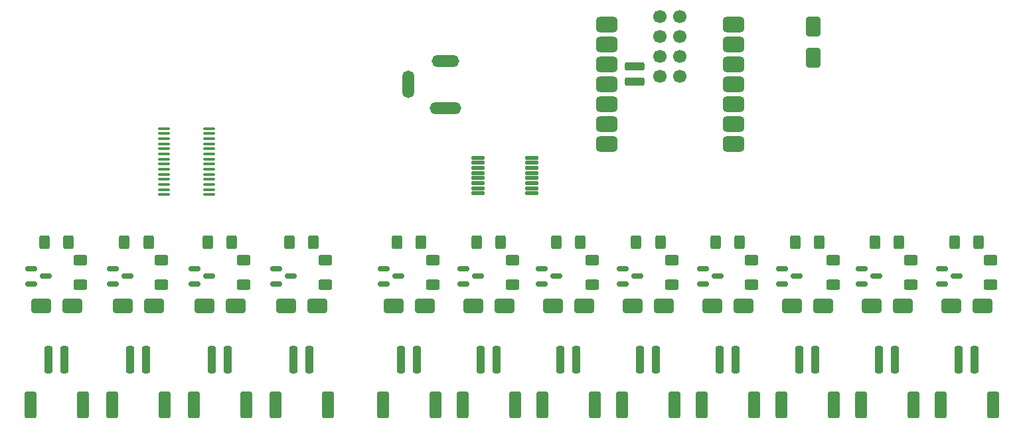
<source format=gbr>
%TF.GenerationSoftware,KiCad,Pcbnew,9.0.1*%
%TF.CreationDate,2025-04-11T12:37:24-04:00*%
%TF.ProjectId,Pneumatactors_1Xiao_3Pumps_8Valves,506e6575-6d61-4746-9163-746f72735f31,rev?*%
%TF.SameCoordinates,Original*%
%TF.FileFunction,Paste,Top*%
%TF.FilePolarity,Positive*%
%FSLAX46Y46*%
G04 Gerber Fmt 4.6, Leading zero omitted, Abs format (unit mm)*
G04 Created by KiCad (PCBNEW 9.0.1) date 2025-04-11 12:37:24*
%MOMM*%
%LPD*%
G01*
G04 APERTURE LIST*
G04 Aperture macros list*
%AMRoundRect*
0 Rectangle with rounded corners*
0 $1 Rounding radius*
0 $2 $3 $4 $5 $6 $7 $8 $9 X,Y pos of 4 corners*
0 Add a 4 corners polygon primitive as box body*
4,1,4,$2,$3,$4,$5,$6,$7,$8,$9,$2,$3,0*
0 Add four circle primitives for the rounded corners*
1,1,$1+$1,$2,$3*
1,1,$1+$1,$4,$5*
1,1,$1+$1,$6,$7*
1,1,$1+$1,$8,$9*
0 Add four rect primitives between the rounded corners*
20,1,$1+$1,$2,$3,$4,$5,0*
20,1,$1+$1,$4,$5,$6,$7,0*
20,1,$1+$1,$6,$7,$8,$9,0*
20,1,$1+$1,$8,$9,$2,$3,0*%
G04 Aperture macros list end*
%ADD10RoundRect,0.250000X0.625000X-0.400000X0.625000X0.400000X-0.625000X0.400000X-0.625000X-0.400000X0*%
%ADD11RoundRect,0.250000X-0.250000X-1.500000X0.250000X-1.500000X0.250000X1.500000X-0.250000X1.500000X0*%
%ADD12RoundRect,0.250001X-0.499999X-1.449999X0.499999X-1.449999X0.499999X1.449999X-0.499999X1.449999X0*%
%ADD13RoundRect,0.250000X1.000000X0.650000X-1.000000X0.650000X-1.000000X-0.650000X1.000000X-0.650000X0*%
%ADD14RoundRect,0.150000X-0.587500X-0.150000X0.587500X-0.150000X0.587500X0.150000X-0.587500X0.150000X0*%
%ADD15RoundRect,0.250000X0.400000X0.625000X-0.400000X0.625000X-0.400000X-0.625000X0.400000X-0.625000X0*%
%ADD16RoundRect,0.500000X-0.875000X-0.500000X0.875000X-0.500000X0.875000X0.500000X-0.875000X0.500000X0*%
%ADD17RoundRect,0.275000X0.975000X0.275000X-0.975000X0.275000X-0.975000X-0.275000X0.975000X-0.275000X0*%
%ADD18C,1.700000*%
%ADD19RoundRect,0.250000X-0.650000X1.000000X-0.650000X-1.000000X0.650000X-1.000000X0.650000X1.000000X0*%
%ADD20RoundRect,0.125000X-0.762500X-0.125000X0.762500X-0.125000X0.762500X0.125000X-0.762500X0.125000X0*%
%ADD21O,4.013200X1.498600*%
%ADD22O,3.505200X1.498600*%
%ADD23O,1.498600X3.505200*%
%ADD24RoundRect,0.100000X-0.637500X-0.100000X0.637500X-0.100000X0.637500X0.100000X-0.637500X0.100000X0*%
G04 APERTURE END LIST*
D10*
%TO.C,R15*%
X78434892Y-61187892D03*
X78434892Y-58087892D03*
%TD*%
D11*
%TO.C,J12*%
X64226892Y-70757892D03*
X66226892Y-70757892D03*
D12*
X61876892Y-76507892D03*
X68576892Y-76507892D03*
%TD*%
D13*
%TO.C,D3*%
X128186892Y-63955892D03*
X124186892Y-63955892D03*
%TD*%
%TO.C,D6*%
X97706892Y-63955892D03*
X93706892Y-63955892D03*
%TD*%
D11*
%TO.C,J5*%
X135346892Y-70757892D03*
X137346892Y-70757892D03*
D12*
X132996892Y-76507892D03*
X139696892Y-76507892D03*
%TD*%
D14*
%TO.C,Q7*%
X72163392Y-59195892D03*
X72163392Y-61095892D03*
X74038392Y-60145892D03*
%TD*%
D15*
%TO.C,R2*%
X127736892Y-55827892D03*
X124636892Y-55827892D03*
%TD*%
%TO.C,R14*%
X66776892Y-55827892D03*
X63676892Y-55827892D03*
%TD*%
D11*
%TO.C,J9*%
X94706892Y-70757892D03*
X96706892Y-70757892D03*
D12*
X92356892Y-76507892D03*
X99056892Y-76507892D03*
%TD*%
D13*
%TO.C,D11*%
X43096892Y-63955892D03*
X39096892Y-63955892D03*
%TD*%
D11*
%TO.C,J16*%
X19268892Y-70757892D03*
X21268892Y-70757892D03*
D12*
X16918892Y-76507892D03*
X23618892Y-76507892D03*
%TD*%
D14*
%TO.C,Q8*%
X62003392Y-59195892D03*
X62003392Y-61095892D03*
X63878392Y-60145892D03*
%TD*%
D11*
%TO.C,J6*%
X125186892Y-70757892D03*
X127186892Y-70757892D03*
D12*
X122836892Y-76507892D03*
X129536892Y-76507892D03*
%TD*%
D11*
%TO.C,J11*%
X74386892Y-70757892D03*
X76386892Y-70757892D03*
D12*
X72036892Y-76507892D03*
X78736892Y-76507892D03*
%TD*%
D10*
%TO.C,R11*%
X98754892Y-61187892D03*
X98754892Y-58087892D03*
%TD*%
D16*
%TO.C,U1*%
X90420892Y-28040892D03*
X90420892Y-30580892D03*
X90420892Y-33120892D03*
X90420892Y-35660892D03*
X90420892Y-38200892D03*
X90420892Y-40740892D03*
X90420892Y-43280892D03*
X106585892Y-43280892D03*
X106585892Y-40740892D03*
X106585892Y-38200892D03*
X106585892Y-35660892D03*
X106585892Y-33120892D03*
X106585892Y-30580892D03*
X106585892Y-28040892D03*
D17*
X94030892Y-35278892D03*
X94030892Y-33373892D03*
D18*
X97205892Y-27028892D03*
X99745892Y-27028892D03*
X97205892Y-29568892D03*
X99745892Y-29568892D03*
X97205892Y-32108892D03*
X99745892Y-32108892D03*
X97205892Y-34648892D03*
X99745892Y-34648892D03*
%TD*%
D15*
%TO.C,R5*%
X117576892Y-55827892D03*
X114476892Y-55827892D03*
%TD*%
D19*
%TO.C,D1*%
X116770256Y-28279892D03*
X116770256Y-32279892D03*
%TD*%
D10*
%TO.C,R12*%
X88594892Y-61187892D03*
X88594892Y-58087892D03*
%TD*%
D13*
%TO.C,D5*%
X107866892Y-63955892D03*
X103866892Y-63955892D03*
%TD*%
D11*
%TO.C,J10*%
X84546892Y-70757892D03*
X86546892Y-70757892D03*
D12*
X82196892Y-76507892D03*
X88896892Y-76507892D03*
%TD*%
D13*
%TO.C,D4*%
X118026892Y-63955892D03*
X114026892Y-63955892D03*
%TD*%
D10*
%TO.C,R4*%
X129234892Y-61187892D03*
X129234892Y-58087892D03*
%TD*%
%TO.C,R7*%
X119328892Y-61187892D03*
X119328892Y-58087892D03*
%TD*%
D14*
%TO.C,Q9*%
X48287392Y-59195892D03*
X48287392Y-61095892D03*
X50162392Y-60145892D03*
%TD*%
%TO.C,Q6*%
X82147892Y-59195892D03*
X82147892Y-61095892D03*
X84022892Y-60145892D03*
%TD*%
D10*
%TO.C,R19*%
X54558892Y-61187892D03*
X54558892Y-58087892D03*
%TD*%
D14*
%TO.C,Q10*%
X37873392Y-59195892D03*
X37873392Y-61095892D03*
X39748392Y-60145892D03*
%TD*%
D11*
%TO.C,J7*%
X115026892Y-70757892D03*
X117026892Y-70757892D03*
D12*
X112676892Y-76507892D03*
X119376892Y-76507892D03*
%TD*%
D13*
%TO.C,D13*%
X22268892Y-63955892D03*
X18268892Y-63955892D03*
%TD*%
D11*
%TO.C,J8*%
X104866892Y-70757892D03*
X106866892Y-70757892D03*
D12*
X102516892Y-76507892D03*
X109216892Y-76507892D03*
%TD*%
D15*
%TO.C,R10*%
X87096892Y-55827892D03*
X83996892Y-55827892D03*
%TD*%
D10*
%TO.C,R8*%
X108914892Y-61187892D03*
X108914892Y-58087892D03*
%TD*%
D14*
%TO.C,Q3*%
X112803392Y-59195892D03*
X112803392Y-61095892D03*
X114678392Y-60145892D03*
%TD*%
D15*
%TO.C,R22*%
X21818892Y-55827892D03*
X18718892Y-55827892D03*
%TD*%
D10*
%TO.C,R24*%
X23316892Y-61187892D03*
X23316892Y-58087892D03*
%TD*%
D15*
%TO.C,R17*%
X53060892Y-55827892D03*
X49960892Y-55827892D03*
%TD*%
D13*
%TO.C,D12*%
X32682892Y-63955892D03*
X28682892Y-63955892D03*
%TD*%
D15*
%TO.C,R13*%
X76936892Y-55827892D03*
X73836892Y-55827892D03*
%TD*%
D14*
%TO.C,Q5*%
X92483392Y-59195892D03*
X92483392Y-61095892D03*
X94358392Y-60145892D03*
%TD*%
D10*
%TO.C,R16*%
X68274892Y-61187892D03*
X68274892Y-58087892D03*
%TD*%
D13*
%TO.C,D2*%
X138346892Y-63955892D03*
X134346892Y-63955892D03*
%TD*%
D15*
%TO.C,R18*%
X42646892Y-55827892D03*
X39546892Y-55827892D03*
%TD*%
D13*
%TO.C,D7*%
X87546892Y-63955892D03*
X83546892Y-63955892D03*
%TD*%
D15*
%TO.C,R1*%
X137896892Y-55827892D03*
X134796892Y-55827892D03*
%TD*%
D20*
%TO.C,U2*%
X74054392Y-45022892D03*
X74054392Y-45672892D03*
X74054392Y-46322892D03*
X74054392Y-46972892D03*
X74054392Y-47622892D03*
X74054392Y-48272892D03*
X74054392Y-48922892D03*
X74054392Y-49572892D03*
X80879392Y-49572892D03*
X80879392Y-48922892D03*
X80879392Y-48272892D03*
X80879392Y-47622892D03*
X80879392Y-46972892D03*
X80879392Y-46322892D03*
X80879392Y-45672892D03*
X80879392Y-45022892D03*
%TD*%
D14*
%TO.C,Q4*%
X102721892Y-59195892D03*
X102721892Y-61095892D03*
X104596892Y-60145892D03*
%TD*%
D15*
%TO.C,R21*%
X32026892Y-55806892D03*
X28926892Y-55806892D03*
%TD*%
D14*
%TO.C,Q12*%
X17045392Y-59195892D03*
X17045392Y-61095892D03*
X18920392Y-60145892D03*
%TD*%
D15*
%TO.C,R6*%
X107416892Y-55827892D03*
X104316892Y-55827892D03*
%TD*%
D14*
%TO.C,Q1*%
X133201892Y-59195892D03*
X133201892Y-61095892D03*
X135076892Y-60145892D03*
%TD*%
D11*
%TO.C,J13*%
X50510892Y-70757892D03*
X52510892Y-70757892D03*
D12*
X48160892Y-76507892D03*
X54860892Y-76507892D03*
%TD*%
D21*
%TO.C,J3*%
X69859603Y-38661892D03*
D22*
X69859603Y-32667492D03*
D23*
X65160603Y-35664692D03*
%TD*%
D15*
%TO.C,R9*%
X97282892Y-55827892D03*
X94182892Y-55827892D03*
%TD*%
D10*
%TO.C,R23*%
X33651892Y-61192292D03*
X33651892Y-58092292D03*
%TD*%
D13*
%TO.C,D9*%
X67226892Y-63955892D03*
X63226892Y-63955892D03*
%TD*%
D10*
%TO.C,R20*%
X44144892Y-61187892D03*
X44144892Y-58087892D03*
%TD*%
D13*
%TO.C,D10*%
X53510892Y-63955892D03*
X49510892Y-63955892D03*
%TD*%
D10*
%TO.C,R3*%
X139394892Y-61187892D03*
X139394892Y-58087892D03*
%TD*%
D24*
%TO.C,U3*%
X33964392Y-41294892D03*
X33964392Y-41944892D03*
X33964392Y-42594892D03*
X33964392Y-43244892D03*
X33964392Y-43894892D03*
X33964392Y-44544892D03*
X33964392Y-45194892D03*
X33964392Y-45844892D03*
X33964392Y-46494892D03*
X33964392Y-47144892D03*
X33964392Y-47794892D03*
X33964392Y-48444892D03*
X33964392Y-49094892D03*
X33964392Y-49744892D03*
X39689392Y-49744892D03*
X39689392Y-49094892D03*
X39689392Y-48444892D03*
X39689392Y-47794892D03*
X39689392Y-47144892D03*
X39689392Y-46494892D03*
X39689392Y-45844892D03*
X39689392Y-45194892D03*
X39689392Y-44544892D03*
X39689392Y-43894892D03*
X39689392Y-43244892D03*
X39689392Y-42594892D03*
X39689392Y-41944892D03*
X39689392Y-41294892D03*
%TD*%
D11*
%TO.C,J15*%
X29682892Y-70757892D03*
X31682892Y-70757892D03*
D12*
X27332892Y-76507892D03*
X34032892Y-76507892D03*
%TD*%
D13*
%TO.C,D8*%
X77386892Y-63955892D03*
X73386892Y-63955892D03*
%TD*%
D11*
%TO.C,J14*%
X40096892Y-70757892D03*
X42096892Y-70757892D03*
D12*
X37746892Y-76507892D03*
X44446892Y-76507892D03*
%TD*%
D14*
%TO.C,Q11*%
X27459392Y-59195892D03*
X27459392Y-61095892D03*
X29334392Y-60145892D03*
%TD*%
%TO.C,Q2*%
X122963392Y-59195892D03*
X122963392Y-61095892D03*
X124838392Y-60145892D03*
%TD*%
M02*

</source>
